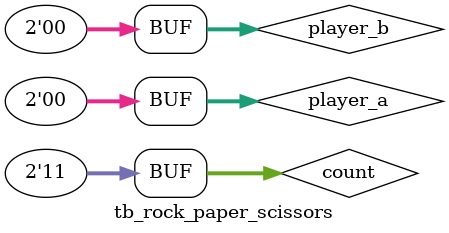
<source format=v>
`timescale 1ns/100ps 


module tb_rock_paper_scissors();
   reg   [1:0] player_a;
   reg   [1:0] player_b;
   wire        player_a_wins;
   wire        player_b_wins;
   wire        tie_game;
   
   reg   [1:0] count;

   rock_paper_scissors DUT(player_a, player_b, player_a_wins, player_b_wins, tie_game);

// Test input waveform - defined as an initial block (procedure)

   initial begin
      player_a = 2'b11;
      #60;
      player_a = 2'b10;
      #60;
      player_a = 2'b00;
      #60;
   end

   initial begin
      for(count = 0; count < 3; count = count + 1) begin
	    player_b = 2'b11;
        #20;
        player_b = 2'b10;
        #20;
        player_b = 2'b00;
        #20;
   	  end
   end
endmodule

</source>
